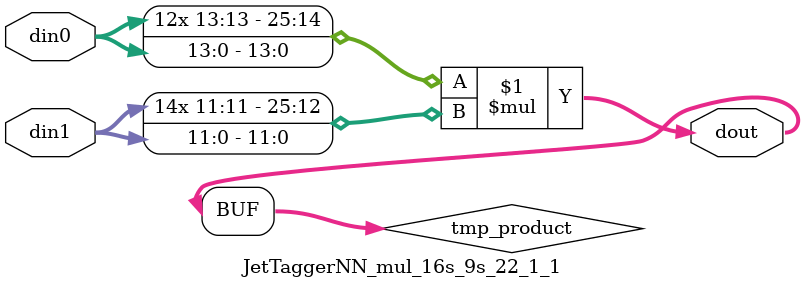
<source format=v>

`timescale 1 ns / 1 ps

  module JetTaggerNN_mul_16s_9s_22_1_1(din0, din1, dout);
parameter ID = 1;
parameter NUM_STAGE = 0;
parameter din0_WIDTH = 14;
parameter din1_WIDTH = 12;
parameter dout_WIDTH = 26;

input [din0_WIDTH - 1 : 0] din0; 
input [din1_WIDTH - 1 : 0] din1; 
output [dout_WIDTH - 1 : 0] dout;

wire signed [dout_WIDTH - 1 : 0] tmp_product;













assign tmp_product = $signed(din0) * $signed(din1);








assign dout = tmp_product;







endmodule

</source>
